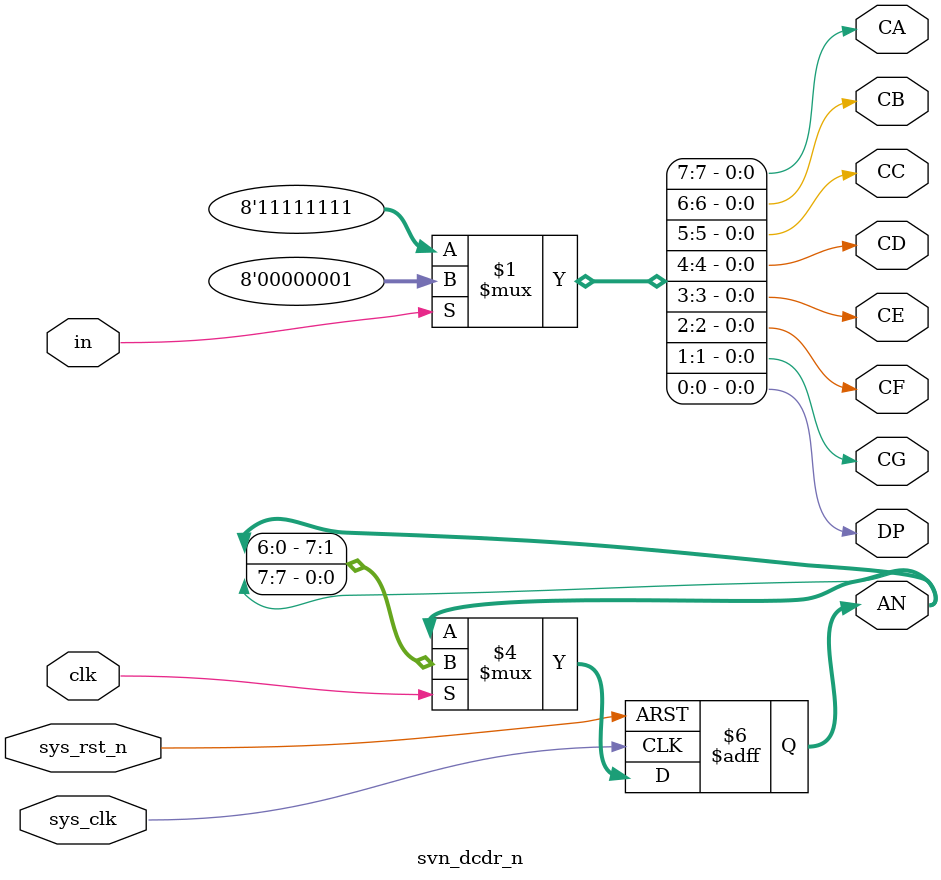
<source format=v>
module charge_bar_controller #(
    parameter PHY_WIDTH = 16,
    parameter SEQ_LEN = 20
)(
    input sys_clk,
    input sys_rst_n,
    input [PHY_WIDTH-1:0] charge_bar,
    output CA, CB, CC, CD, CE, CF, CG,
    output DP,
    output [7:0] AN
);
    localparam SEQ_DIGIT = SEQ_LEN >> 2;
    localparam THRESHOLD_SHIFT = 47;
    localparam MAX_THRESHOLD = THRESHOLD_SHIFT * SEQ_DIGIT;

    wire svn_shift_posedge;
    reg [PHY_WIDTH-1:0] charge_bar_d;
    reg [PHY_WIDTH-1:0] threshold_reg;
    reg [7:0] charge_bar_svn;


    always @(posedge sys_clk or negedge sys_rst_n) begin
        if(!sys_rst_n) begin
            charge_bar_d <= 0;
        end else begin
            charge_bar_d <= charge_bar;
        end
    end
    assign svn_shift_posedge = (charge_bar_d != charge_bar) && (charge_bar > threshold_reg);

    always @(posedge sys_clk or negedge sys_rst_n) begin
        if(!sys_rst_n) begin
            threshold_reg <= 0;
        end else if (svn_shift_posedge) begin
            threshold_reg <= (threshold_reg >= MAX_THRESHOLD) ? 0 : threshold_reg + THRESHOLD_SHIFT;
        end
    end

    always @(posedge sys_clk or negedge sys_rst_n) begin
        if(!sys_rst_n || charge_bar == 1) begin
            charge_bar_svn <= 0;
        end else if (svn_shift_posedge) begin
            charge_bar_svn <= {charge_bar_svn[6:0], 1'b1};
        end
    end

    marquee marquee_inst(
        .sys_clk(sys_clk),
        .sys_rst_n(sys_rst_n),
        .seq(charge_bar_svn),
        .CA(CA),
        .CB(CB),
        .CC(CC),
        .CD(CD),
        .CE(CE),
        .CF(CF),
        .CG(CG),
        .DP(DP),
        .AN(AN)
    );

endmodule

module marquee (
    input sys_clk,
    input sys_rst_n,
    input [7:0] seq,
    output CA, 
    output CB,
    output CC, 
    output CD,
    output CE,
    output CF, 
    output CG,
    output DP,
    output [7:0] AN
);

reg [2:0] cnt;
wire clk_high;

fq_div #(5_000) fq_div_10 (
    .sys_rst_n(sys_rst_n),
    .org_clk(sys_clk),
    .div_n_clk(clk_high)
);

always @(posedge sys_clk or negedge sys_rst_n) begin
    if (!sys_rst_n) begin
        cnt <= 0;
    end else if (clk_high) begin
        cnt <= cnt + 1;
    end
end

svn_dcdr_n svn1 (
    .in(seq[cnt]),
    .sys_clk(sys_clk),
    .clk(clk_high),
    .sys_rst_n(sys_rst_n),
    .CA(CA),
    .CB(CB),
    .CC(CC),
    .CD(CD),
    .CE(CE),
    .CF(CF),
    .CG(CG),
    .DP(DP),
    .AN(AN)
);

endmodule

module svn_dcdr_n (
    input sys_clk,
    input clk,
    input sys_rst_n,
    input in,
    output CA, CB, CC, CD, CE, CF, CG,
    output DP,
    output reg [7:0] AN
);

assign {CA, CB, CC, CD, CE, CF, CG, DP} = (in) ? 8'b0000_0001 : 8'b1111_1111;

always @(posedge sys_clk or negedge sys_rst_n) begin
    if (!sys_rst_n) begin
        AN <= 8'b11_111_110;
    end else if (clk) begin
        AN <= {AN[6:0], AN[7]};
    end
end

endmodule
</source>
